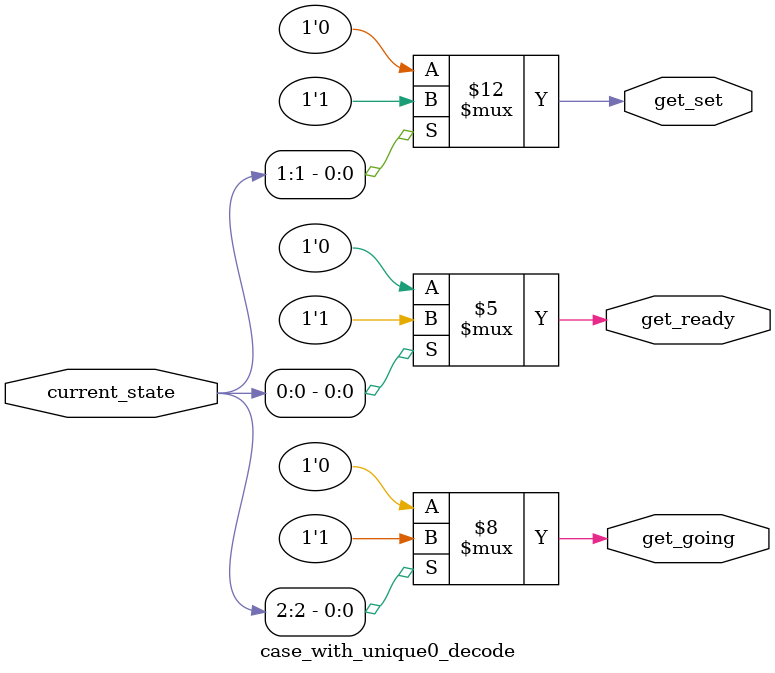
<source format=sv>

module case_with_unique0_decode
(input  logic [2:0] current_state,
 output logic       get_ready, get_set, get_going
);

  typedef enum logic [2:0] {READY= 3'b001,
                            SET  = 3'b010,
                            GO   = 3'b100} states_t;
  
  always_comb begin 
    {get_ready, get_set, get_going} = 3'b000;
    unique0 case (1'b1)
 //   unique case (1'b1)                          // work-around if unique0 not supported
      current_state[0]: get_ready = '1;
      current_state[1]: get_set   = '1;
      current_state[2]: get_going = '1;
    endcase 
  end 

endmodule: case_with_unique0_decode
//`end_keywords
</source>
